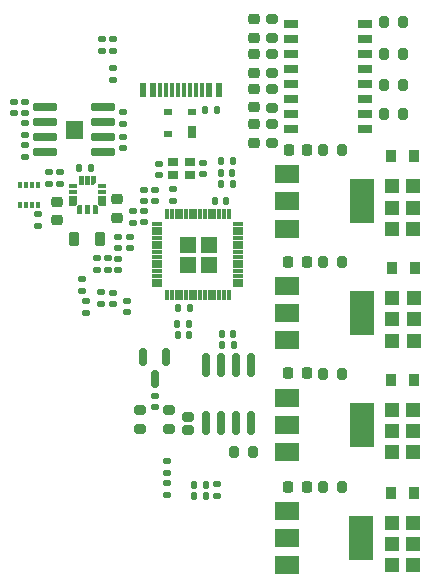
<source format=gtp>
%TF.GenerationSoftware,KiCad,Pcbnew,(7.0.0)*%
%TF.CreationDate,2023-06-13T01:23:37+01:00*%
%TF.ProjectId,flintandsteel,666c696e-7461-46e6-9473-7465656c2e6b,rev?*%
%TF.SameCoordinates,Original*%
%TF.FileFunction,Paste,Top*%
%TF.FilePolarity,Positive*%
%FSLAX46Y46*%
G04 Gerber Fmt 4.6, Leading zero omitted, Abs format (unit mm)*
G04 Created by KiCad (PCBNEW (7.0.0)) date 2023-06-13 01:23:37*
%MOMM*%
%LPD*%
G01*
G04 APERTURE LIST*
G04 Aperture macros list*
%AMRoundRect*
0 Rectangle with rounded corners*
0 $1 Rounding radius*
0 $2 $3 $4 $5 $6 $7 $8 $9 X,Y pos of 4 corners*
0 Add a 4 corners polygon primitive as box body*
4,1,4,$2,$3,$4,$5,$6,$7,$8,$9,$2,$3,0*
0 Add four circle primitives for the rounded corners*
1,1,$1+$1,$2,$3*
1,1,$1+$1,$4,$5*
1,1,$1+$1,$6,$7*
1,1,$1+$1,$8,$9*
0 Add four rect primitives between the rounded corners*
20,1,$1+$1,$2,$3,$4,$5,0*
20,1,$1+$1,$4,$5,$6,$7,0*
20,1,$1+$1,$6,$7,$8,$9,0*
20,1,$1+$1,$8,$9,$2,$3,0*%
G04 Aperture macros list end*
%ADD10C,0.010000*%
%ADD11RoundRect,0.225000X-0.250000X0.225000X-0.250000X-0.225000X0.250000X-0.225000X0.250000X0.225000X0*%
%ADD12RoundRect,0.218750X-0.256250X0.218750X-0.256250X-0.218750X0.256250X-0.218750X0.256250X0.218750X0*%
%ADD13RoundRect,0.135000X0.185000X-0.135000X0.185000X0.135000X-0.185000X0.135000X-0.185000X-0.135000X0*%
%ADD14R,1.300000X1.200000*%
%ADD15R,0.950000X1.000000*%
%ADD16RoundRect,0.140000X0.170000X-0.140000X0.170000X0.140000X-0.170000X0.140000X-0.170000X-0.140000X0*%
%ADD17RoundRect,0.140000X-0.170000X0.140000X-0.170000X-0.140000X0.170000X-0.140000X0.170000X0.140000X0*%
%ADD18RoundRect,0.135000X-0.135000X-0.185000X0.135000X-0.185000X0.135000X0.185000X-0.135000X0.185000X0*%
%ADD19RoundRect,0.218750X0.218750X0.256250X-0.218750X0.256250X-0.218750X-0.256250X0.218750X-0.256250X0*%
%ADD20RoundRect,0.135000X0.135000X0.185000X-0.135000X0.185000X-0.135000X-0.185000X0.135000X-0.185000X0*%
%ADD21RoundRect,0.140000X-0.140000X-0.170000X0.140000X-0.170000X0.140000X0.170000X-0.140000X0.170000X0*%
%ADD22R,0.900000X0.800000*%
%ADD23R,2.000000X1.500000*%
%ADD24R,2.000000X3.800000*%
%ADD25RoundRect,0.200000X-0.200000X-0.275000X0.200000X-0.275000X0.200000X0.275000X-0.200000X0.275000X0*%
%ADD26RoundRect,0.147500X0.172500X-0.147500X0.172500X0.147500X-0.172500X0.147500X-0.172500X-0.147500X0*%
%ADD27RoundRect,0.200000X-0.275000X0.200000X-0.275000X-0.200000X0.275000X-0.200000X0.275000X0.200000X0*%
%ADD28RoundRect,0.218750X-0.218750X-0.381250X0.218750X-0.381250X0.218750X0.381250X-0.218750X0.381250X0*%
%ADD29RoundRect,0.135000X-0.185000X0.135000X-0.185000X-0.135000X0.185000X-0.135000X0.185000X0.135000X0*%
%ADD30RoundRect,0.006600X-0.398400X-0.103400X0.398400X-0.103400X0.398400X0.103400X-0.398400X0.103400X0*%
%ADD31RoundRect,0.022000X-0.088000X-0.383000X0.088000X-0.383000X0.088000X0.383000X-0.088000X0.383000X0*%
%ADD32RoundRect,0.147500X0.147500X0.172500X-0.147500X0.172500X-0.147500X-0.172500X0.147500X-0.172500X0*%
%ADD33RoundRect,0.200000X0.275000X-0.200000X0.275000X0.200000X-0.275000X0.200000X-0.275000X-0.200000X0*%
%ADD34R,0.700000X1.000000*%
%ADD35R,0.700000X0.600000*%
%ADD36RoundRect,0.200000X0.200000X0.275000X-0.200000X0.275000X-0.200000X-0.275000X0.200000X-0.275000X0*%
%ADD37R,1.300000X0.800000*%
%ADD38RoundRect,0.140000X0.140000X0.170000X-0.140000X0.170000X-0.140000X-0.170000X0.140000X-0.170000X0*%
%ADD39RoundRect,0.042000X0.943000X0.258000X-0.943000X0.258000X-0.943000X-0.258000X0.943000X-0.258000X0*%
%ADD40RoundRect,0.147500X-0.172500X0.147500X-0.172500X-0.147500X0.172500X-0.147500X0.172500X0.147500X0*%
%ADD41RoundRect,0.150000X-0.150000X0.587500X-0.150000X-0.587500X0.150000X-0.587500X0.150000X0.587500X0*%
%ADD42RoundRect,0.150000X-0.150000X0.825000X-0.150000X-0.825000X0.150000X-0.825000X0.150000X0.825000X0*%
%ADD43R,0.300000X0.475000*%
%ADD44R,0.600000X1.160000*%
%ADD45R,0.300000X1.160000*%
G04 APERTURE END LIST*
%TO.C,U1*%
G36*
X122381000Y-88042000D02*
G01*
X121111000Y-88042000D01*
X121111000Y-86772000D01*
X122381000Y-86772000D01*
X122381000Y-88042000D01*
G37*
D10*
X122381000Y-88042000D02*
X121111000Y-88042000D01*
X121111000Y-86772000D01*
X122381000Y-86772000D01*
X122381000Y-88042000D01*
G36*
X122381000Y-89802000D02*
G01*
X121111000Y-89802000D01*
X121111000Y-88532000D01*
X122381000Y-88532000D01*
X122381000Y-89802000D01*
G37*
X122381000Y-89802000D02*
X121111000Y-89802000D01*
X121111000Y-88532000D01*
X122381000Y-88532000D01*
X122381000Y-89802000D01*
G36*
X124141000Y-88042000D02*
G01*
X122871000Y-88042000D01*
X122871000Y-86772000D01*
X124141000Y-86772000D01*
X124141000Y-88042000D01*
G37*
X124141000Y-88042000D02*
X122871000Y-88042000D01*
X122871000Y-86772000D01*
X124141000Y-86772000D01*
X124141000Y-88042000D01*
G36*
X124141000Y-89802000D02*
G01*
X122871000Y-89802000D01*
X122871000Y-88532000D01*
X124141000Y-88532000D01*
X124141000Y-89802000D01*
G37*
X124141000Y-89802000D02*
X122871000Y-89802000D01*
X122871000Y-88532000D01*
X124141000Y-88532000D01*
X124141000Y-89802000D01*
%TO.C,U5*%
G36*
X112861976Y-78381000D02*
G01*
X111460000Y-78381000D01*
X111460000Y-76979024D01*
X112861976Y-76979024D01*
X112861976Y-78381000D01*
G37*
X112861976Y-78381000D02*
X111460000Y-78381000D01*
X111460000Y-76979024D01*
X112861976Y-76979024D01*
X112861976Y-78381000D01*
%TO.C,U4*%
G36*
X113388927Y-82276000D02*
G01*
X113088927Y-82276000D01*
X113088927Y-81651000D01*
X113388927Y-81651000D01*
X113388927Y-82276000D01*
G37*
X113388927Y-82276000D02*
X113088927Y-82276000D01*
X113088927Y-81651000D01*
X113388927Y-81651000D01*
X113388927Y-82276000D01*
G36*
X112888927Y-82276000D02*
G01*
X112588927Y-82276000D01*
X112588927Y-81651000D01*
X112888927Y-81651000D01*
X112888927Y-82276000D01*
G37*
X112888927Y-82276000D02*
X112588927Y-82276000D01*
X112588927Y-81651000D01*
X112888927Y-81651000D01*
X112888927Y-82276000D01*
G36*
X114788927Y-82601000D02*
G01*
X114163927Y-82601000D01*
X114163927Y-82301000D01*
X114788927Y-82301000D01*
X114788927Y-82601000D01*
G37*
X114788927Y-82601000D02*
X114163927Y-82601000D01*
X114163927Y-82301000D01*
X114788927Y-82301000D01*
X114788927Y-82601000D01*
G36*
X112313927Y-82601000D02*
G01*
X111688927Y-82601000D01*
X111688927Y-82301000D01*
X112313927Y-82301000D01*
X112313927Y-82601000D01*
G37*
X112313927Y-82601000D02*
X111688927Y-82601000D01*
X111688927Y-82301000D01*
X112313927Y-82301000D01*
X112313927Y-82601000D01*
G36*
X114788927Y-83101000D02*
G01*
X114163927Y-83101000D01*
X114163927Y-82801000D01*
X114788927Y-82801000D01*
X114788927Y-83101000D01*
G37*
X114788927Y-83101000D02*
X114163927Y-83101000D01*
X114163927Y-82801000D01*
X114788927Y-82801000D01*
X114788927Y-83101000D01*
G36*
X112313927Y-83101000D02*
G01*
X111688927Y-83101000D01*
X111688927Y-82801000D01*
X112313927Y-82801000D01*
X112313927Y-83101000D01*
G37*
X112313927Y-83101000D02*
X111688927Y-83101000D01*
X111688927Y-82801000D01*
X112313927Y-82801000D01*
X112313927Y-83101000D01*
G36*
X113413927Y-84751000D02*
G01*
X113063927Y-84751000D01*
X113063927Y-84126000D01*
X113413927Y-84126000D01*
X113413927Y-84751000D01*
G37*
X113413927Y-84751000D02*
X113063927Y-84751000D01*
X113063927Y-84126000D01*
X113413927Y-84126000D01*
X113413927Y-84751000D01*
G36*
X113888927Y-82141000D02*
G01*
X113753927Y-82276000D01*
X113588927Y-82276000D01*
X113588927Y-81651000D01*
X113888927Y-81651000D01*
X113888927Y-82141000D01*
G37*
X113888927Y-82141000D02*
X113753927Y-82276000D01*
X113588927Y-82276000D01*
X113588927Y-81651000D01*
X113888927Y-81651000D01*
X113888927Y-82141000D01*
G36*
X114788927Y-84101000D02*
G01*
X114221927Y-84101000D01*
X114163927Y-84000000D01*
X114163927Y-83301000D01*
X114788927Y-83301000D01*
X114788927Y-84101000D01*
G37*
X114788927Y-84101000D02*
X114221927Y-84101000D01*
X114163927Y-84000000D01*
X114163927Y-83301000D01*
X114788927Y-83301000D01*
X114788927Y-84101000D01*
G36*
X112313927Y-84000000D02*
G01*
X112255927Y-84101000D01*
X111688927Y-84101000D01*
X111688927Y-83301000D01*
X112313927Y-83301000D01*
X112313927Y-84000000D01*
G37*
X112313927Y-84000000D02*
X112255927Y-84101000D01*
X111688927Y-84101000D01*
X111688927Y-83301000D01*
X112313927Y-83301000D01*
X112313927Y-84000000D01*
G36*
X114063927Y-84227000D02*
G01*
X114063927Y-84751000D01*
X113713927Y-84751000D01*
X113713927Y-84126000D01*
X114005927Y-84126000D01*
X114063927Y-84227000D01*
G37*
X114063927Y-84227000D02*
X114063927Y-84751000D01*
X113713927Y-84751000D01*
X113713927Y-84126000D01*
X114005927Y-84126000D01*
X114063927Y-84227000D01*
G36*
X112763927Y-84751000D02*
G01*
X112413927Y-84751000D01*
X112413927Y-84227000D01*
X112471927Y-84126000D01*
X112763927Y-84126000D01*
X112763927Y-84751000D01*
G37*
X112763927Y-84751000D02*
X112413927Y-84751000D01*
X112413927Y-84227000D01*
X112471927Y-84126000D01*
X112763927Y-84126000D01*
X112763927Y-84751000D01*
%TD*%
D11*
%TO.C,C21*%
X110700376Y-83793856D03*
X110700376Y-85343856D03*
%TD*%
D12*
%TO.C,D9*%
X127410000Y-71305000D03*
X127410000Y-72880000D03*
%TD*%
D13*
%TO.C,R13*%
X115460000Y-71050000D03*
X115460000Y-70030000D03*
%TD*%
D14*
%TO.C,D7*%
X139107999Y-91963999D03*
X139107999Y-93763999D03*
X139107999Y-95563999D03*
X140907999Y-91963999D03*
X140907999Y-93763999D03*
X140907999Y-95563999D03*
D15*
X139037999Y-89413999D03*
X140977999Y-89413999D03*
%TD*%
D16*
%TO.C,C7*%
X118062000Y-83743001D03*
X118062000Y-82783001D03*
%TD*%
D17*
%TO.C,C5*%
X115904000Y-88619000D03*
X115904000Y-89579000D03*
%TD*%
D18*
%TO.C,R4*%
X120900000Y-94150178D03*
X121920000Y-94150178D03*
%TD*%
D19*
%TO.C,Firing4*%
X131871500Y-107926911D03*
X130296500Y-107926911D03*
%TD*%
D20*
%TO.C,R6*%
X125590000Y-82280000D03*
X124570000Y-82280000D03*
%TD*%
D19*
%TO.C,Firing1*%
X131883000Y-79430000D03*
X130308000Y-79430000D03*
%TD*%
D13*
%TO.C,R14*%
X109115999Y-85883001D03*
X109115999Y-84863001D03*
%TD*%
D17*
%TO.C,C12*%
X118057000Y-84604001D03*
X118057000Y-85564001D03*
%TD*%
D13*
%TO.C,R1*%
X114447000Y-92509000D03*
X114447000Y-91489000D03*
%TD*%
D21*
%TO.C,C16*%
X124686000Y-95016000D03*
X125646000Y-95016000D03*
%TD*%
D22*
%TO.C,Y1*%
X120525999Y-81576999D03*
X121925999Y-81576999D03*
X121925999Y-80476999D03*
X120525999Y-80476999D03*
%TD*%
D23*
%TO.C,Q3*%
X130186605Y-100398222D03*
X130186605Y-102698222D03*
X130186605Y-104998222D03*
D24*
X136486605Y-102698222D03*
%TD*%
D19*
%TO.C,Firing3*%
X131872500Y-98355000D03*
X130297500Y-98355000D03*
%TD*%
D25*
%TO.C,R29*%
X138385773Y-68622580D03*
X140035773Y-68622580D03*
%TD*%
%TO.C,R18*%
X133210500Y-79440000D03*
X134860500Y-79440000D03*
%TD*%
%TO.C,R24*%
X133199999Y-98364999D03*
X134849999Y-98364999D03*
%TD*%
D26*
%TO.C,L1*%
X115905000Y-87744000D03*
X115905000Y-86774000D03*
%TD*%
D16*
%TO.C,C22*%
X110976000Y-82270999D03*
X110976000Y-81310999D03*
%TD*%
D27*
%TO.C,R27*%
X128870000Y-68307500D03*
X128870000Y-69957500D03*
%TD*%
D28*
%TO.C,L3*%
X112181066Y-86948961D03*
X114306066Y-86948961D03*
%TD*%
D13*
%TO.C,R5*%
X117127000Y-85577001D03*
X117127000Y-84557001D03*
%TD*%
D17*
%TO.C,C27*%
X107060020Y-75327999D03*
X107060020Y-76287999D03*
%TD*%
D12*
%TO.C,D10*%
X127410000Y-68345000D03*
X127410000Y-69920000D03*
%TD*%
D29*
%TO.C,R16*%
X107978814Y-77148777D03*
X107978814Y-78168777D03*
%TD*%
D19*
%TO.C,Firing2*%
X131859000Y-88903000D03*
X130284000Y-88903000D03*
%TD*%
D29*
%TO.C,R30*%
X124220000Y-107715000D03*
X124220000Y-108735000D03*
%TD*%
D14*
%TO.C,D3*%
X139081696Y-82509999D03*
X139081696Y-84309999D03*
X139081696Y-86109999D03*
X140881696Y-82509999D03*
X140881696Y-84309999D03*
X140881696Y-86109999D03*
D15*
X139011696Y-79959999D03*
X140951696Y-79959999D03*
%TD*%
D30*
%TO.C,U1*%
X119181000Y-85687000D03*
X119181000Y-86087000D03*
X119181000Y-86487000D03*
X119181000Y-86887000D03*
X119181000Y-87287000D03*
X119181000Y-87687000D03*
X119181000Y-88087000D03*
X119181000Y-88487000D03*
X119181000Y-88887000D03*
X119181000Y-89287000D03*
X119181000Y-89687000D03*
X119181000Y-90087000D03*
X119181000Y-90487000D03*
X119181000Y-90887000D03*
D31*
X120026000Y-91732000D03*
X120426000Y-91732000D03*
X120826000Y-91732000D03*
X121226000Y-91732000D03*
X121626000Y-91732000D03*
X122026000Y-91732000D03*
X122426000Y-91732000D03*
X122826000Y-91732000D03*
X123226000Y-91732000D03*
X123626000Y-91732000D03*
X124026000Y-91732000D03*
X124426000Y-91732000D03*
X124826000Y-91732000D03*
X125226000Y-91732000D03*
D30*
X126071000Y-90887000D03*
X126071000Y-90487000D03*
X126071000Y-90087000D03*
X126071000Y-89687000D03*
X126071000Y-89287000D03*
X126071000Y-88887000D03*
X126071000Y-88487000D03*
X126071000Y-88087000D03*
X126071000Y-87687000D03*
X126071000Y-87287000D03*
X126071000Y-86887000D03*
X126071000Y-86487000D03*
X126071000Y-86087000D03*
X126071000Y-85687000D03*
D31*
X125226000Y-84842000D03*
X124826000Y-84842000D03*
X124426000Y-84842000D03*
X124026000Y-84842000D03*
X123626000Y-84842000D03*
X123226000Y-84842000D03*
X122826000Y-84842000D03*
X122426000Y-84842000D03*
X122026000Y-84842000D03*
X121626000Y-84842000D03*
X121226000Y-84842000D03*
X120826000Y-84842000D03*
X120426000Y-84842000D03*
X120026000Y-84842000D03*
%TD*%
D27*
%TO.C,R20*%
X128869000Y-77191000D03*
X128869000Y-78841000D03*
%TD*%
D17*
%TO.C,C2*%
X115432000Y-91534000D03*
X115432000Y-92494000D03*
%TD*%
%TO.C,C24*%
X116325001Y-78331000D03*
X116325001Y-79291000D03*
%TD*%
D16*
%TO.C,C3*%
X112813000Y-91333000D03*
X112813000Y-90373000D03*
%TD*%
D17*
%TO.C,C4*%
X114984000Y-88618000D03*
X114984000Y-89578000D03*
%TD*%
D25*
%TO.C,R23*%
X138369773Y-73890580D03*
X140019773Y-73890580D03*
%TD*%
D26*
%TO.C,L2*%
X120566000Y-83742001D03*
X120566000Y-82772001D03*
%TD*%
D18*
%TO.C,R11*%
X123250000Y-76050000D03*
X124270000Y-76050000D03*
%TD*%
D20*
%TO.C,R15*%
X113566002Y-80931000D03*
X112546002Y-80931000D03*
%TD*%
D13*
%TO.C,R36*%
X119978627Y-108670427D03*
X119978627Y-107650427D03*
%TD*%
D32*
%TO.C,TXLED1*%
X125555000Y-81340000D03*
X124585000Y-81340000D03*
%TD*%
D25*
%TO.C,R28*%
X138378773Y-71266580D03*
X140028773Y-71266580D03*
%TD*%
D33*
%TO.C,JP1*%
X121817000Y-103145000D03*
X121817000Y-102040000D03*
%TD*%
D25*
%TO.C,R19*%
X133186499Y-88912999D03*
X134836499Y-88912999D03*
%TD*%
D17*
%TO.C,C1*%
X114060000Y-88618000D03*
X114060000Y-89578000D03*
%TD*%
D11*
%TO.C,C23*%
X115771000Y-83606000D03*
X115771000Y-85156000D03*
%TD*%
D29*
%TO.C,R17*%
X107978816Y-79008777D03*
X107978816Y-80028777D03*
%TD*%
D16*
%TO.C,C8*%
X116644000Y-93188000D03*
X116644000Y-92228000D03*
%TD*%
D14*
%TO.C,D4*%
X139081604Y-101418221D03*
X139081604Y-103218221D03*
X139081604Y-105018221D03*
X140881604Y-101418221D03*
X140881604Y-103218221D03*
X140881604Y-105018221D03*
D15*
X139011604Y-98868221D03*
X140951604Y-98868221D03*
%TD*%
D16*
%TO.C,C17*%
X118974001Y-101222001D03*
X118974001Y-100262001D03*
%TD*%
D34*
%TO.C,D2*%
X122109999Y-77909931D03*
D35*
X122109999Y-76209931D03*
X120109999Y-76209931D03*
X120109999Y-78109931D03*
%TD*%
D20*
%TO.C,R2*%
X125580000Y-80400000D03*
X124560000Y-80400000D03*
%TD*%
D33*
%TO.C,R9*%
X117737660Y-103072080D03*
X117737660Y-101422080D03*
%TD*%
D21*
%TO.C,C11*%
X124082000Y-83721001D03*
X125042000Y-83721001D03*
%TD*%
D36*
%TO.C,R8*%
X127325000Y-105000000D03*
X125675000Y-105000000D03*
%TD*%
D27*
%TO.C,R26*%
X128870000Y-71267500D03*
X128870000Y-72917500D03*
%TD*%
D12*
%TO.C,D6*%
X127405000Y-74257500D03*
X127405000Y-75832500D03*
%TD*%
D13*
%TO.C,R12*%
X115460000Y-73480000D03*
X115460000Y-72460000D03*
%TD*%
D37*
%TO.C,U6*%
X136813999Y-77696349D03*
X136813999Y-76416349D03*
X136813999Y-75156349D03*
X136813999Y-73886349D03*
X136813999Y-72606349D03*
X136813999Y-71336349D03*
X136813999Y-70076349D03*
X136813999Y-68796349D03*
X130513999Y-68796349D03*
X130513999Y-70076349D03*
X130513999Y-71336349D03*
X130513999Y-72606349D03*
X130513999Y-73886349D03*
X130513999Y-75156349D03*
X130513999Y-76416349D03*
X130513999Y-77696349D03*
%TD*%
D27*
%TO.C,R10*%
X120167660Y-101422081D03*
X120167660Y-103072081D03*
%TD*%
D38*
%TO.C,C10*%
X121924000Y-92851001D03*
X120964000Y-92851001D03*
%TD*%
D39*
%TO.C,U5*%
X114630000Y-79586000D03*
X114630000Y-78316000D03*
X114630000Y-77046000D03*
X114630000Y-75776000D03*
X109690000Y-75776000D03*
X109690000Y-77046000D03*
X109690000Y-78316000D03*
X109690000Y-79586000D03*
%TD*%
D40*
%TO.C,16VLED1*%
X119980000Y-105805000D03*
X119980000Y-106775000D03*
%TD*%
D41*
%TO.C,D1*%
X119918660Y-96970970D03*
X118018660Y-96970970D03*
X118968660Y-98845970D03*
%TD*%
D17*
%TO.C,C13*%
X123086000Y-80527001D03*
X123086000Y-81487001D03*
%TD*%
%TO.C,C6*%
X116844000Y-86769000D03*
X116844000Y-87729000D03*
%TD*%
D16*
%TO.C,C14*%
X119356000Y-81547002D03*
X119356000Y-80587002D03*
%TD*%
D42*
%TO.C,U2*%
X127157000Y-97626000D03*
X125887000Y-97626000D03*
X124617000Y-97626000D03*
X123347000Y-97626000D03*
X123347000Y-102576000D03*
X124617000Y-102576000D03*
X125887000Y-102576000D03*
X127157000Y-102576000D03*
%TD*%
D25*
%TO.C,R22*%
X138374773Y-76386580D03*
X140024773Y-76386580D03*
%TD*%
D43*
%TO.C,U3*%
X109085998Y-82384999D03*
X108585998Y-82384999D03*
X108085998Y-82384999D03*
X107585998Y-82384999D03*
X107585998Y-84060999D03*
X108085998Y-84060999D03*
X108585998Y-84060999D03*
X109085998Y-84060999D03*
%TD*%
D17*
%TO.C,C26*%
X107988816Y-75331492D03*
X107988816Y-76291492D03*
%TD*%
D23*
%TO.C,Q1*%
X130186696Y-81490000D03*
X130186696Y-83790000D03*
X130186696Y-86090000D03*
D24*
X136486696Y-83790000D03*
%TD*%
D21*
%TO.C,C28*%
X122330000Y-108715000D03*
X123290000Y-108715000D03*
%TD*%
D26*
%TO.C,USBLED1*%
X114520000Y-71025000D03*
X114520000Y-70055000D03*
%TD*%
D12*
%TO.C,D5*%
X127408000Y-77230500D03*
X127408000Y-78805500D03*
%TD*%
D32*
%TO.C,3V3LED1*%
X121895001Y-95090178D03*
X120925001Y-95090178D03*
%TD*%
D44*
%TO.C,J2*%
X124405999Y-74369999D03*
X123605999Y-74369999D03*
D45*
X122455999Y-74369999D03*
X121455999Y-74369999D03*
X120955999Y-74369999D03*
X119955999Y-74369999D03*
D44*
X118805999Y-74369999D03*
X118005999Y-74369999D03*
X118005999Y-74369999D03*
X118805999Y-74369999D03*
D45*
X119455999Y-74369999D03*
X120455999Y-74369999D03*
X121955999Y-74369999D03*
X122955999Y-74369999D03*
D44*
X123605999Y-74369999D03*
X124405999Y-74369999D03*
%TD*%
D29*
%TO.C,R3*%
X113182000Y-92246000D03*
X113182000Y-93266000D03*
%TD*%
D27*
%TO.C,R21*%
X128867000Y-74228000D03*
X128867000Y-75878000D03*
%TD*%
D23*
%TO.C,Q4*%
X130172187Y-109980000D03*
X130172187Y-112280000D03*
X130172187Y-114580000D03*
D24*
X136472187Y-112280000D03*
%TD*%
D16*
%TO.C,C25*%
X116328815Y-77211493D03*
X116328815Y-76251493D03*
%TD*%
D14*
%TO.C,D8*%
X139067187Y-110999999D03*
X139067187Y-112799999D03*
X139067187Y-114599999D03*
X140867187Y-110999999D03*
X140867187Y-112799999D03*
X140867187Y-114599999D03*
D15*
X138997187Y-108449999D03*
X140937187Y-108449999D03*
%TD*%
D16*
%TO.C,C9*%
X118983669Y-83746364D03*
X118983669Y-82786364D03*
%TD*%
D25*
%TO.C,R25*%
X133199002Y-107936910D03*
X134849002Y-107936910D03*
%TD*%
D21*
%TO.C,C15*%
X124689653Y-95940193D03*
X125649653Y-95940193D03*
%TD*%
D23*
%TO.C,Q2*%
X130213002Y-90944000D03*
X130213002Y-93244000D03*
X130213002Y-95544000D03*
D24*
X136513002Y-93244000D03*
%TD*%
D18*
%TO.C,R7*%
X122300000Y-107775000D03*
X123320000Y-107775000D03*
%TD*%
D16*
%TO.C,C20*%
X110056000Y-82270998D03*
X110056000Y-81310998D03*
%TD*%
M02*

</source>
